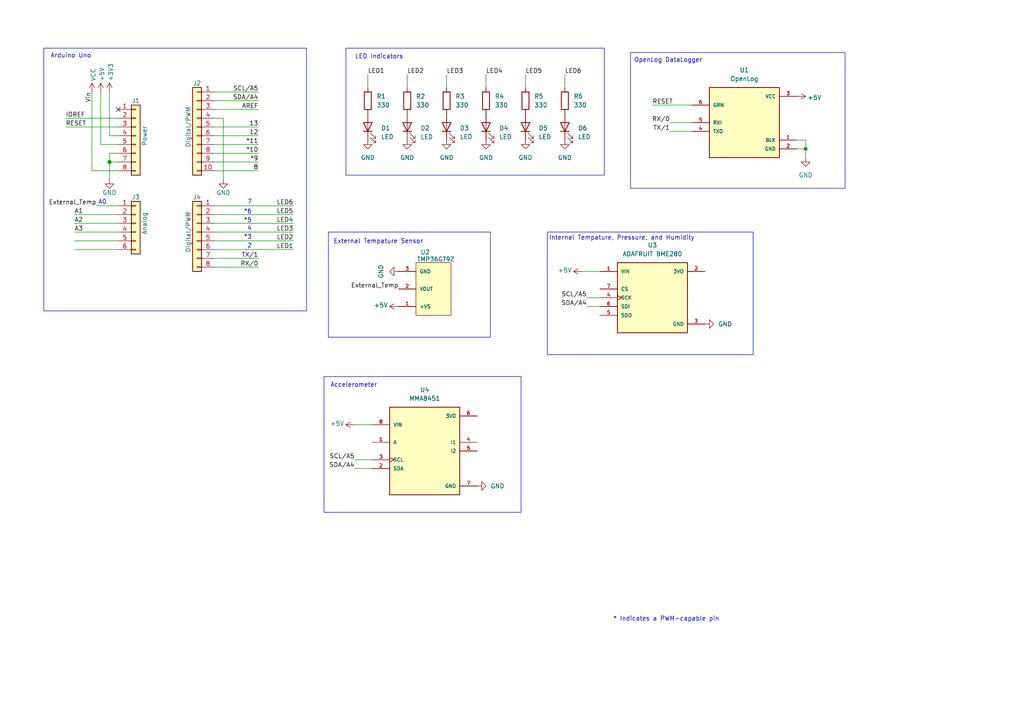
<source format=kicad_sch>
(kicad_sch (version 20231120) (generator "eeschema") (generator_version "8.0")
  (paper "A4")
  (title_block (date "mar. 31 mars 2015"))
  (lib_symbols
    (symbol "2019:2019" (pin_names (offset 1.016))
      (property "Reference" "U" (at -10.16 13.462 0))
      (property "Value" "2019" (at -10.16 -15.24 0))
      (symbol "2019_0_0"
        (rectangle (start -10.16 -12.7) (end 10.16 12.7) (stroke (width 0.254)) (fill (type background)))
        (pin input line (at -15.24 2.54 0) (length 5.08) (name "A") (number "1"))
        (pin bidirectional line (at -15.24 -5.08 0) (length 5.08) (name "SDA") (number "2"))
        (pin input clock (at -15.24 -2.54 0) (length 5.08) (name "SCL") (number "3"))
        (pin output line (at 15.24 2.54 180) (length 5.08) (name "I1") (number "4"))
        (pin output line (at 15.24 0 180) (length 5.08) (name "I2") (number "5"))
        (pin power_in line (at 15.24 10.16 180) (length 5.08) (name "3VO") (number "6"))
        (pin power_in line (at 15.24 -10.16 180) (length 5.08) (name "GND") (number "7"))
        (pin input line (at -15.24 7.62 0) (length 5.08) (name "VIN") (number "8"))
      )
    )
    (symbol "2652:2652" (pin_names (offset 1.016))
      (property "Reference" "U" (at -10.16 10.795 0))
      (property "Value" "2652" (at -10.16 -12.7 0))
      (symbol "2652_0_0"
        (rectangle (start -10.16 -10.16) (end 10.16 10.16) (stroke (width 0.254)) (fill (type background)))
        (pin input line (at -15.24 7.62 0) (length 5.08) (name "VIN") (number "1"))
        (pin output line (at 15.24 7.62 180) (length 5.08) (name "3VO") (number "2"))
        (pin power_in line (at 15.24 -7.62 180) (length 5.08) (name "GND") (number "3"))
        (pin input clock (at -15.24 0 0) (length 5.08) (name "SCK") (number "4"))
        (pin output line (at -15.24 -5.08 0) (length 5.08) (name "SDO") (number "5"))
        (pin input line (at -15.24 -2.54 0) (length 5.08) (name "SDI") (number "6"))
        (pin input line (at -15.24 2.54 0) (length 5.08) (name "CS") (number "7"))
      )
    )
    (symbol "Connector_Generic:Conn_01x06" (pin_names (offset 1.016) hide)
      (property "Reference" "J" (at 0 7.62 0))
      (property "Value" "Conn_01x06" (at 0 -10.16 0))
      (symbol "Conn_01x06_1_1"
        (rectangle (start -1.27 -7.493) (end 0 -7.747) (stroke (width 0.1524)))
        (rectangle (start -1.27 -4.953) (end 0 -5.207) (stroke (width 0.1524)))
        (rectangle (start -1.27 -2.413) (end 0 -2.667) (stroke (width 0.1524)))
        (rectangle (start -1.27 0.127) (end 0 -0.127) (stroke (width 0.1524)))
        (rectangle (start -1.27 2.667) (end 0 2.413) (stroke (width 0.1524)))
        (rectangle (start -1.27 5.207) (end 0 4.953) (stroke (width 0.1524)))
        (rectangle (start -1.27 6.35) (end 1.27 -8.89) (stroke (width 0.254)) (fill (type background)))
        (pin passive line (at -5.08 5.08 0) (length 3.81) (name "Pin_1") (number "1"))
        (pin passive line (at -5.08 2.54 0) (length 3.81) (name "Pin_2") (number "2"))
        (pin passive line (at -5.08 0 0) (length 3.81) (name "Pin_3") (number "3"))
        (pin passive line (at -5.08 -2.54 0) (length 3.81) (name "Pin_4") (number "4"))
        (pin passive line (at -5.08 -5.08 0) (length 3.81) (name "Pin_5") (number "5"))
        (pin passive line (at -5.08 -7.62 0) (length 3.81) (name "Pin_6") (number "6"))
      )
    )
    (symbol "Connector_Generic:Conn_01x08" (pin_names (offset 1.016) hide)
      (property "Reference" "J" (at 0 10.16 0))
      (property "Value" "Conn_01x08" (at 0 -12.7 0))
      (symbol "Conn_01x08_1_1"
        (rectangle (start -1.27 -10.033) (end 0 -10.287) (stroke (width 0.1524)))
        (rectangle (start -1.27 -7.493) (end 0 -7.747) (stroke (width 0.1524)))
        (rectangle (start -1.27 -4.953) (end 0 -5.207) (stroke (width 0.1524)))
        (rectangle (start -1.27 -2.413) (end 0 -2.667) (stroke (width 0.1524)))
        (rectangle (start -1.27 0.127) (end 0 -0.127) (stroke (width 0.1524)))
        (rectangle (start -1.27 2.667) (end 0 2.413) (stroke (width 0.1524)))
        (rectangle (start -1.27 5.207) (end 0 4.953) (stroke (width 0.1524)))
        (rectangle (start -1.27 7.747) (end 0 7.493) (stroke (width 0.1524)))
        (rectangle (start -1.27 8.89) (end 1.27 -11.43) (stroke (width 0.254)) (fill (type background)))
        (pin passive line (at -5.08 7.62 0) (length 3.81) (name "Pin_1") (number "1"))
        (pin passive line (at -5.08 5.08 0) (length 3.81) (name "Pin_2") (number "2"))
        (pin passive line (at -5.08 2.54 0) (length 3.81) (name "Pin_3") (number "3"))
        (pin passive line (at -5.08 0 0) (length 3.81) (name "Pin_4") (number "4"))
        (pin passive line (at -5.08 -2.54 0) (length 3.81) (name "Pin_5") (number "5"))
        (pin passive line (at -5.08 -5.08 0) (length 3.81) (name "Pin_6") (number "6"))
        (pin passive line (at -5.08 -7.62 0) (length 3.81) (name "Pin_7") (number "7"))
        (pin passive line (at -5.08 -10.16 0) (length 3.81) (name "Pin_8") (number "8"))
      )
    )
    (symbol "Connector_Generic:Conn_01x10" (pin_names (offset 1.016) hide)
      (property "Reference" "J" (at 0 12.7 0))
      (property "Value" "Conn_01x10" (at 0 -15.24 0))
      (symbol "Conn_01x10_1_1"
        (rectangle (start -1.27 -12.573) (end 0 -12.827) (stroke (width 0.1524)))
        (rectangle (start -1.27 -10.033) (end 0 -10.287) (stroke (width 0.1524)))
        (rectangle (start -1.27 -7.493) (end 0 -7.747) (stroke (width 0.1524)))
        (rectangle (start -1.27 -4.953) (end 0 -5.207) (stroke (width 0.1524)))
        (rectangle (start -1.27 -2.413) (end 0 -2.667) (stroke (width 0.1524)))
        (rectangle (start -1.27 0.127) (end 0 -0.127) (stroke (width 0.1524)))
        (rectangle (start -1.27 2.667) (end 0 2.413) (stroke (width 0.1524)))
        (rectangle (start -1.27 5.207) (end 0 4.953) (stroke (width 0.1524)))
        (rectangle (start -1.27 7.747) (end 0 7.493) (stroke (width 0.1524)))
        (rectangle (start -1.27 10.287) (end 0 10.033) (stroke (width 0.1524)))
        (rectangle (start -1.27 11.43) (end 1.27 -13.97) (stroke (width 0.254)) (fill (type background)))
        (pin passive line (at -5.08 10.16 0) (length 3.81) (name "Pin_1") (number "1"))
        (pin passive line (at -5.08 -12.7 0) (length 3.81) (name "Pin_10") (number "10"))
        (pin passive line (at -5.08 7.62 0) (length 3.81) (name "Pin_2") (number "2"))
        (pin passive line (at -5.08 5.08 0) (length 3.81) (name "Pin_3") (number "3"))
        (pin passive line (at -5.08 2.54 0) (length 3.81) (name "Pin_4") (number "4"))
        (pin passive line (at -5.08 0 0) (length 3.81) (name "Pin_5") (number "5"))
        (pin passive line (at -5.08 -2.54 0) (length 3.81) (name "Pin_6") (number "6"))
        (pin passive line (at -5.08 -5.08 0) (length 3.81) (name "Pin_7") (number "7"))
        (pin passive line (at -5.08 -7.62 0) (length 3.81) (name "Pin_8") (number "8"))
        (pin passive line (at -5.08 -10.16 0) (length 3.81) (name "Pin_9") (number "9"))
      )
    )
    (symbol "DEV-13712:DEV-13712" (pin_names (offset 1.016))
      (property "Reference" "U" (at -10.16 10.922 0))
      (property "Value" "DEV-13712" (at -10.16 -12.7 0))
      (symbol "DEV-13712_0_0"
        (rectangle (start -10.16 -10.16) (end 10.16 10.16) (stroke (width 0.254)) (fill (type background)))
        (pin power_in line (at 15.24 -5.08 180) (length 5.08) (name "BLK") (number "1"))
        (pin power_in line (at 15.24 -7.62 180) (length 5.08) (name "GND") (number "2"))
        (pin power_in line (at 15.24 7.62 180) (length 5.08) (name "VCC") (number "3"))
        (pin output line (at -15.24 -2.54 0) (length 5.08) (name "TXO") (number "4"))
        (pin input line (at -15.24 0 0) (length 5.08) (name "RXI") (number "5"))
        (pin input line (at -15.24 5.08 0) (length 5.08) (name "GRN") (number "6"))
      )
    )
    (symbol "Device:LED" (pin_numbers hide) (pin_names (offset 1.016) hide)
      (property "Reference" "D" (at 0 2.54 0))
      (property "Value" "LED" (at 0 -2.54 0))
      (symbol "LED_0_1"
        (polyline (pts (xy -1.27 -1.27) (xy -1.27 1.27)) (stroke (width 0.254)))
        (polyline (pts (xy -1.27 0) (xy 1.27 0)))
        (polyline (pts (xy 1.27 -1.27) (xy 1.27 1.27) (xy -1.27 0) (xy 1.27 -1.27)) (stroke (width 0.254)))
        (polyline (pts (xy -3.048 -0.762) (xy -4.572 -2.286) (xy -3.81 -2.286) (xy -4.572 -2.286) (xy -4.572 -1.524)))
        (polyline (pts (xy -1.778 -0.762) (xy -3.302 -2.286) (xy -2.54 -2.286) (xy -3.302 -2.286) (xy -3.302 -1.524)))
      )
      (symbol "LED_1_1"
        (pin passive line (at -3.81 0 0) (length 2.54) (name "K") (number "1"))
        (pin passive line (at 3.81 0 180) (length 2.54) (name "A") (number "2"))
      )
    )
    (symbol "Device:R" (pin_numbers hide) (pin_names (offset 0))
      (property "Reference" "R" (at 2.032 0 90))
      (property "Value" "R" (at 0 0 90))
      (symbol "R_0_1"
        (rectangle (start -1.016 -2.54) (end 1.016 2.54) (stroke (width 0.254)))
      )
      (symbol "R_1_1"
        (pin passive line (at 0 3.81 270) (length 1.27) (name "~") (number "1"))
        (pin passive line (at 0 -3.81 90) (length 1.27) (name "~") (number "2"))
      )
    )
    (symbol "GND_1" (power) (pin_numbers hide) (pin_names (offset 0) hide)
      (property "Value" "GND" (at 0 -3.81 0))
      (symbol "GND_1_0_1"
        (polyline (pts (xy 0 0) (xy 0 -1.27) (xy 1.27 -1.27) (xy 0 -2.54) (xy -1.27 -1.27) (xy 0 -1.27)))
      )
      (symbol "GND_1_1_1"
        (pin power_in line (at 0 0 270) (length 0) (name "~") (number "1"))
      )
    )
    (symbol "TMP36GT9Z:TMP36GT9Z" (pin_names (offset 1.016))
      (property "Reference" "U" (at -5.08 8.128 0))
      (property "Value" "TMP36GT9Z" (at -5.08 -10.16 0))
      (symbol "TMP36GT9Z_0_0"
        (rectangle (start -5.08 -7.62) (end 5.08 7.62) (stroke (width 0.1524)) (fill (type background)))
        (pin power_in line (at 10.16 5.08 180) (length 5.08) (name "+VS") (number "1"))
        (pin output line (at 10.16 0 180) (length 5.08) (name "VOUT") (number "2"))
        (pin power_in line (at 10.16 -5.08 180) (length 5.08) (name "GND") (number "3"))
      )
    )
    (symbol "power:+3V3" (power) (pin_names (offset 0))
      (property "Value" "+3V3" (at 0 3.556 0))
      (symbol "+3V3_0_1"
        (polyline (pts (xy -0.762 1.27) (xy 0 2.54)))
        (polyline (pts (xy 0 0) (xy 0 2.54)))
        (polyline (pts (xy 0 2.54) (xy 0.762 1.27)))
      )
      (symbol "+3V3_1_1"
        (pin power_in line (at 0 0 90) (length 0) hide (name "+3V3") (number "1"))
      )
    )
    (symbol "power:+5V" (power) (pin_names (offset 0))
      (property "Value" "+5V" (at 0 3.556 0))
      (symbol "+5V_0_1"
        (polyline (pts (xy -0.762 1.27) (xy 0 2.54)))
        (polyline (pts (xy 0 0) (xy 0 2.54)))
        (polyline (pts (xy 0 2.54) (xy 0.762 1.27)))
      )
      (symbol "+5V_1_1"
        (pin power_in line (at 0 0 90) (length 0) hide (name "+5V") (number "1"))
      )
    )
    (symbol "power:GND" (power) (pin_names (offset 0))
      (property "Value" "GND" (at 0 -3.81 0))
      (symbol "GND_0_1"
        (polyline (pts (xy 0 0) (xy 0 -1.27) (xy 1.27 -1.27) (xy 0 -2.54) (xy -1.27 -1.27) (xy 0 -1.27)))
      )
      (symbol "GND_1_1"
        (pin power_in line (at 0 0 270) (length 0) hide (name "GND") (number "1"))
      )
    )
    (symbol "power:VCC" (power) (pin_names (offset 0))
      (property "Value" "VCC" (at 0 3.81 0))
      (symbol "VCC_0_1"
        (polyline (pts (xy -0.762 1.27) (xy 0 2.54)))
        (polyline (pts (xy 0 0) (xy 0 2.54)))
        (polyline (pts (xy 0 2.54) (xy 0.762 1.27)))
      )
      (symbol "VCC_1_1"
        (pin power_in line (at 0 0 90) (length 0) hide (name "VCC") (number "1"))
      )
    )
  )
  (junction (at 31.75 46.99) (diameter 1.016))
  (junction (at 233.68 43.18))
  (no_connect (at 34.29 31.75))
  (wire (pts (xy 140.97 21.59) (xy 140.97 25.4)))
  (wire (pts (xy 62.23 77.47) (xy 74.93 77.47)))
  (wire (pts (xy 106.68 21.59) (xy 106.68 25.4)))
  (wire (pts (xy 62.23 44.45) (xy 74.93 44.45)))
  (wire (pts (xy 62.23 26.67) (xy 74.93 26.67)))
  (wire (pts (xy 31.75 44.45) (xy 31.75 46.99)))
  (wire (pts (xy 21.59 72.39) (xy 34.29 72.39)))
  (wire (pts (xy 163.83 21.59) (xy 163.83 25.4)))
  (wire (pts (xy 152.4 21.59) (xy 152.4 25.4)))
  (wire (pts (xy 31.75 46.99) (xy 31.75 52.07)))
  (wire (pts (xy 129.54 21.59) (xy 129.54 25.4)))
  (wire (pts (xy 31.75 39.37) (xy 34.29 39.37)))
  (wire (pts (xy 29.21 41.91) (xy 34.29 41.91)))
  (wire (pts (xy 189.23 30.48) (xy 200.66 30.48)))
  (wire (pts (xy 168.91 78.74) (xy 173.99 78.74)))
  (wire (pts (xy 29.21 26.67) (xy 29.21 41.91)))
  (wire (pts (xy 62.23 36.83) (xy 74.93 36.83)))
  (wire (pts (xy 31.75 26.67) (xy 31.75 39.37)))
  (wire (pts (xy 62.23 59.69) (xy 85.09 59.69)))
  (wire (pts (xy 34.29 59.69) (xy 27.94 59.69)))
  (wire (pts (xy 62.23 39.37) (xy 74.93 39.37)))
  (wire (pts (xy 62.23 62.23) (xy 85.09 62.23)))
  (wire (pts (xy 102.87 123.19) (xy 107.95 123.19)))
  (wire (pts (xy 170.18 86.36) (xy 173.99 86.36)))
  (wire (pts (xy 62.23 46.99) (xy 74.93 46.99)))
  (wire (pts (xy 62.23 67.31) (xy 85.09 67.31)))
  (wire (pts (xy 233.68 43.18) (xy 233.68 45.72)))
  (wire (pts (xy 19.05 34.29) (xy 34.29 34.29)))
  (wire (pts (xy 64.77 34.29) (xy 64.77 52.07)))
  (wire (pts (xy 62.23 31.75) (xy 74.93 31.75)))
  (wire (pts (xy 34.29 64.77) (xy 21.59 64.77)))
  (wire (pts (xy 19.05 36.83) (xy 34.29 36.83)))
  (wire (pts (xy 34.29 46.99) (xy 31.75 46.99)))
  (wire (pts (xy 194.31 38.1) (xy 200.66 38.1)))
  (wire (pts (xy 34.29 49.53) (xy 26.67 49.53)))
  (wire (pts (xy 194.31 35.56) (xy 200.66 35.56)))
  (wire (pts (xy 21.59 62.23) (xy 34.29 62.23)))
  (wire (pts (xy 231.14 43.18) (xy 233.68 43.18)))
  (wire (pts (xy 62.23 34.29) (xy 64.77 34.29)))
  (wire (pts (xy 34.29 44.45) (xy 31.75 44.45)))
  (wire (pts (xy 102.87 133.35) (xy 107.95 133.35)))
  (wire (pts (xy 62.23 41.91) (xy 74.93 41.91)))
  (wire (pts (xy 62.23 64.77) (xy 85.09 64.77)))
  (wire (pts (xy 231.14 40.64) (xy 233.68 40.64)))
  (wire (pts (xy 21.59 67.31) (xy 34.29 67.31)))
  (wire (pts (xy 233.68 40.64) (xy 233.68 43.18)))
  (wire (pts (xy 102.87 135.89) (xy 107.95 135.89)))
  (wire (pts (xy 118.11 21.59) (xy 118.11 25.4)))
  (wire (pts (xy 62.23 29.21) (xy 74.93 29.21)))
  (wire (pts (xy 170.18 88.9) (xy 173.99 88.9)))
  (wire (pts (xy 62.23 72.39) (xy 85.09 72.39)))
  (wire (pts (xy 62.23 69.85) (xy 85.09 69.85)))
  (wire (pts (xy 62.23 74.93) (xy 74.93 74.93)))
  (wire (pts (xy 26.67 49.53) (xy 26.67 26.67)))
  (wire (pts (xy 34.29 69.85) (xy 21.59 69.85)))
  (wire (pts (xy 62.23 49.53) (xy 74.93 49.53)))
  (rectangle (start 100.33 13.97) (end 175.26 50.8))
  (rectangle (start 158.75 67.31) (end 218.44 102.87))
  (rectangle (start 95.25 67.31) (end 142.24 97.79))
  (rectangle (start 12.7 13.97) (end 88.9 90.17))
  (rectangle (start 93.98 109.22) (end 151.13 148.59))
  (rectangle (start 182.88 15.24) (end 245.11 54.61))
  (text "Internal Tempature, Pressure, and Humidity" (at 180.34 69.088 0) (effects (font (size 1.27 1.27))))
  (text "Accelerometer" (at 102.616 111.76 0) (effects (font (size 1.27 1.27))))
  (text "7" (at 72.39 58.674 0) (effects (font (size 1.27 1.27))))
  (text "2" (at 72.39 71.374 0) (effects (font (size 1.27 1.27))))
  (text "OpenLog DataLogger" (at 193.802 17.526 0) (effects (font (size 1.27 1.27))))
  (text "Arduino Uno" (at 20.574 16.256 0) (effects (font (size 1.27 1.27))))
  (text "*5" (at 71.882 64.008 0) (effects (font (size 1.27 1.27))))
  (text "*3" (at 71.882 68.834 0) (effects (font (size 1.27 1.27))))
  (text "4" (at 72.39 66.294 0) (effects (font (size 1.27 1.27))))
  (text "* Indicates a PWM-capable pin" (at 177.8 180.34 0) (effects (font (size 1.27 1.27)) (justify left bottom)))
  (text "External Tempature Sensor" (at 109.728 70.104 0) (effects (font (size 1.27 1.27))))
  (text "LED Indicators" (at 109.982 16.51 0) (effects (font (size 1.27 1.27))))
  (text "A0" (at 29.718 58.674 0) (effects (font (size 1.27 1.27))))
  (text "*6" (at 71.882 61.468 0) (effects (font (size 1.27 1.27))))
  (label "RX{slash}0" (at 74.93 77.47 180))
  (label "LED3" (at 129.54 21.59 0))
  (label "SDA{slash}A4" (at 102.87 135.89 180))
  (label "A2" (at 21.59 64.77 0))
  (label "LED3" (at 85.09 67.31 180))
  (label "LED1" (at 85.09 72.39 180))
  (label "RESET" (at 189.23 30.48 0))
  (label "A3" (at 21.59 67.31 0))
  (label "13" (at 74.93 36.83 180))
  (label "RX{slash}0" (at 194.31 35.56 180))
  (label "12" (at 74.93 39.37 180))
  (label "*10" (at 74.93 44.45 180))
  (label "TX{slash}1" (at 194.31 38.1 180))
  (label "SDA{slash}A4" (at 170.18 88.9 180))
  (label "External_Temp" (at 27.94 59.69 180))
  (label "LED6" (at 85.09 59.69 180))
  (label "SDA{slash}A4" (at 74.93 29.21 180))
  (label "8" (at 74.93 49.53 180))
  (label "LED4" (at 140.97 21.59 0))
  (label "*11" (at 74.93 41.91 180))
  (label "LED2" (at 85.09 69.85 180))
  (label "External_Temp" (at 115.57 83.82 180))
  (label "SCL{slash}A5" (at 170.18 86.36 180))
  (label "A1" (at 21.59 62.23 0))
  (label "TX{slash}1" (at 74.93 74.93 180))
  (label "RESET" (at 19.05 36.83 0))
  (label "LED5" (at 152.4 21.59 0))
  (label "AREF" (at 74.93 31.75 180))
  (label "Vin" (at 26.67 26.67 270))
  (label "LED5" (at 85.09 62.23 180))
  (label "SCL{slash}A5" (at 74.93 26.67 180))
  (label "*9" (at 74.93 46.99 180))
  (label "SCL{slash}A5" (at 102.87 133.35 180))
  (label "LED4" (at 85.09 64.77 180))
  (label "IOREF" (at 19.05 34.29 0))
  (label "LED2" (at 118.11 21.59 0))
  (label "LED6" (at 163.83 21.59 0))
  (label "LED1" (at 106.68 21.59 0))
  (symbol (lib_id "Connector_Generic:Conn_01x08") (at 39.37 39.37 0) (unit 1)
    (property "Reference" "J1" (at 39.37 29.21 0))
    (property "Value" "Power" (at 41.91 39.37 90))
    (property "Footprint" "Connector_PinSocket_2.54mm:PinSocket_1x08_P2.54mm_Vertical" (effects (hide yes)))
  )
  (symbol (lib_id "power:+3V3") (at 31.75 26.67 0) (unit 1)
    (property "Reference" "#PWR03" (effects (hide yes)))
    (property "Value" "+3V3" (at 32.131 23.622 90) (effects (justify left)))
  )
  (symbol (lib_id "power:+5V") (at 29.21 26.67 0) (unit 1)
    (property "Reference" "#PWR02" (effects (hide yes)))
    (property "Value" "+5V" (at 29.5656 23.622 90) (effects (justify left)))
  )
  (symbol (lib_id "power:GND") (at 31.75 52.07 0) (unit 1)
    (property "Reference" "#PWR04" (effects (hide yes)))
    (property "Value" "GND" (at 31.75 55.88 0))
  )
  (symbol (lib_id "Connector_Generic:Conn_01x10") (at 57.15 36.83 0) (mirror y) (unit 1)
    (property "Reference" "J2" (at 57.15 24.13 0))
    (property "Value" "Digital/PWM" (at 54.61 36.83 90))
    (property "Footprint" "Connector_PinSocket_2.54mm:PinSocket_1x10_P2.54mm_Vertical" (effects (hide yes)))
  )
  (symbol (lib_id "power:GND") (at 64.77 52.07 0) (unit 1)
    (property "Reference" "#PWR05" (effects (hide yes)))
    (property "Value" "GND" (at 64.77 55.88 0))
  )
  (symbol (lib_id "Connector_Generic:Conn_01x06") (at 39.37 64.77 0) (unit 1)
    (property "Reference" "J3" (at 39.37 57.15 0))
    (property "Value" "Analog" (at 41.91 64.77 90))
    (property "Footprint" "Connector_PinSocket_2.54mm:PinSocket_1x06_P2.54mm_Vertical" (effects (hide yes)))
  )
  (symbol (lib_id "Connector_Generic:Conn_01x08") (at 57.15 67.31 0) (mirror y) (unit 1)
    (property "Reference" "J4" (at 57.15 57.15 0))
    (property "Value" "Digital/PWM" (at 54.61 67.31 90))
    (property "Footprint" "Connector_PinSocket_2.54mm:PinSocket_1x08_P2.54mm_Vertical" (effects (hide yes)))
  )
  (symbol (lib_name "GND_1") (lib_id "power:GND") (at 140.97 40.64 0) (unit 1)
    (property "Reference" "#PWR09" (effects (hide yes)))
    (property "Value" "GND" (at 140.97 45.72 0))
    (property "Description" "Power symbol creates a global label with name \"GND\" , ground" (effects (hide yes)))
  )
  (symbol (lib_id "Device:LED") (at 106.68 36.83 90) (unit 1)
    (property "Reference" "D1" (at 110.49 37.1474 90) (effects (justify right)))
    (property "Value" "LED" (at 110.49 39.6874 90) (effects (justify right)))
    (property "Footprint" "LED_THT:LED_D5.0mm" (effects (hide yes)))
    (property "Description" "Light emitting diode" (effects (hide yes)))
  )
  (symbol (lib_id "power:+5V") (at 115.57 88.9 90) (unit 1)
    (property "Reference" "#PWR016" (effects (hide yes)))
    (property "Value" "+5V" (at 112.522 88.5444 90) (effects (justify left)))
  )
  (symbol (lib_name "GND_1") (lib_id "power:GND") (at 204.47 93.98 90) (unit 1)
    (property "Reference" "#PWR015" (effects (hide yes)))
    (property "Value" "GND" (at 208.28 93.9799 90) (effects (justify right)))
    (property "Description" "Power symbol creates a global label with name \"GND\" , ground" (effects (hide yes)))
  )
  (symbol (lib_id "DEV-13712:DEV-13712") (at 215.9 35.56 0) (unit 1)
    (property "Reference" "U1" (at 215.9 20.32 0))
    (property "Value" "OpenLog" (at 215.9 22.86 0))
    (property "Footprint" "DEV-13712:MODULE_DEV-13712" (effects (hide yes)))
    (property "MF" "Sparkfun Electronics" (effects (hide yes)))
    (property "Description_1" "\n                        \n                            OpenLog Data Logger [SparkFun Electronics] DEV-13712 OpenLog Data Logger 845156006540\n                        \n" (effects (hide yes)))
    (property "Package" "None" (effects (hide yes)))
    (property "Price" "None" (effects (hide yes)))
    (property "Check_prices" "https://www.snapeda.com/parts/DEV13712/SparkFun/view-part/?ref=eda" (effects (hide yes)))
    (property "STANDARD" "Manufacturer Recommendations" (effects (hide yes)))
    (property "PARTREV" "v15" (effects (hide yes)))
    (property "SnapEDA_Link" "https://www.snapeda.com/parts/DEV13712/SparkFun/view-part/?ref=snap" (effects (hide yes)))
    (property "MP" "DEV13712" (effects (hide yes)))
    (property "MANUFACTURER" "SparkFun" (effects (hide yes)))
    (property "Availability" "In Stock" (effects (hide yes)))
    (property "SNAPEDA_PN" "DEV-13712" (effects (hide yes)))
  )
  (symbol (lib_id "Device:LED") (at 129.54 36.83 90) (unit 1)
    (property "Reference" "D3" (at 133.35 37.1474 90) (effects (justify right)))
    (property "Value" "LED" (at 133.35 39.6874 90) (effects (justify right)))
    (property "Footprint" "LED_THT:LED_D5.0mm" (effects (hide yes)))
    (property "Description" "Light emitting diode" (effects (hide yes)))
  )
  (symbol (lib_id "Device:R") (at 106.68 29.21 0) (unit 1)
    (property "Reference" "R1" (at 109.22 27.9399 0) (effects (justify left)))
    (property "Value" "330" (at 109.22 30.4799 0) (effects (justify left)))
    (property "Footprint" "Resistor_THT:R_Axial_DIN0204_L3.6mm_D1.6mm_P5.08mm_Horizontal" (effects (hide yes)))
    (property "Description" "Resistor" (effects (hide yes)))
  )
  (symbol (lib_id "power:VCC") (at 26.67 26.67 0) (unit 1)
    (property "Reference" "#PWR01" (effects (hide yes)))
    (property "Value" "VCC" (at 27.051 23.622 90) (effects (justify left)))
  )
  (symbol (lib_id "Device:R") (at 152.4 29.21 0) (unit 1)
    (property "Reference" "R5" (at 154.94 27.9399 0) (effects (justify left)))
    (property "Value" "330" (at 154.94 30.4799 0) (effects (justify left)))
    (property "Footprint" "Resistor_THT:R_Axial_DIN0204_L3.6mm_D1.6mm_P5.08mm_Horizontal" (effects (hide yes)))
    (property "Description" "Resistor" (effects (hide yes)))
  )
  (symbol (lib_name "GND_1") (lib_id "power:GND") (at 118.11 40.64 0) (unit 1)
    (property "Reference" "#PWR07" (effects (hide yes)))
    (property "Value" "GND" (at 118.11 45.72 0))
    (property "Description" "Power symbol creates a global label with name \"GND\" , ground" (effects (hide yes)))
  )
  (symbol (lib_id "Device:LED") (at 163.83 36.83 90) (unit 1)
    (property "Reference" "D6" (at 167.64 37.1474 90) (effects (justify right)))
    (property "Value" "LED" (at 167.64 39.6874 90) (effects (justify right)))
    (property "Footprint" "LED_THT:LED_D5.0mm" (effects (hide yes)))
    (property "Description" "Light emitting diode" (effects (hide yes)))
  )
  (symbol (lib_name "GND_1") (lib_id "power:GND") (at 129.54 40.64 0) (unit 1)
    (property "Reference" "#PWR08" (effects (hide yes)))
    (property "Value" "GND" (at 129.54 45.72 0))
    (property "Description" "Power symbol creates a global label with name \"GND\" , ground" (effects (hide yes)))
  )
  (symbol (lib_id "Device:R") (at 140.97 29.21 0) (unit 1)
    (property "Reference" "R4" (at 143.51 27.9399 0) (effects (justify left)))
    (property "Value" "330" (at 143.51 30.4799 0) (effects (justify left)))
    (property "Footprint" "Resistor_THT:R_Axial_DIN0204_L3.6mm_D1.6mm_P5.08mm_Horizontal" (effects (hide yes)))
    (property "Description" "Resistor" (effects (hide yes)))
  )
  (symbol (lib_id "Device:LED") (at 152.4 36.83 90) (unit 1)
    (property "Reference" "D5" (at 156.21 37.1474 90) (effects (justify right)))
    (property "Value" "LED" (at 156.21 39.6874 90) (effects (justify right)))
    (property "Footprint" "LED_THT:LED_D5.0mm" (effects (hide yes)))
    (property "Description" "Light emitting diode" (effects (hide yes)))
  )
  (symbol (lib_id "Device:R") (at 118.11 29.21 0) (unit 1)
    (property "Reference" "R2" (at 120.65 27.9399 0) (effects (justify left)))
    (property "Value" "330" (at 120.65 30.4799 0) (effects (justify left)))
    (property "Footprint" "Resistor_THT:R_Axial_DIN0204_L3.6mm_D1.6mm_P5.08mm_Horizontal" (effects (hide yes)))
    (property "Description" "Resistor" (effects (hide yes)))
  )
  (symbol (lib_id "2652:2652") (at 189.23 86.36 0) (unit 1)
    (property "Reference" "U3" (at 189.23 71.12 0))
    (property "Value" "ADAFRUIT BME280" (at 189.23 73.66 0))
    (property "Footprint" "2652:MODULE_2652" (effects (hide yes)))
    (property "MF" "Adafruit" (effects (hide yes)))
    (property "MAXIMUM_PACKAGE_HEIGHT" "3 mm" (effects (hide yes)))
    (property "Package" "Package" (effects (hide yes)))
    (property "Price" "None" (effects (hide yes)))
    (property "Check_prices" "https://www.snapeda.com/parts/2652/Adafruit+Industries/view-part/?ref=eda" (effects (hide yes)))
    (property "STANDARD" "Manufacturer Recommendations" (effects (hide yes)))
    (property "PARTREV" "N/A" (effects (hide yes)))
    (property "SnapEDA_Link" "https://www.snapeda.com/parts/2652/Adafruit+Industries/view-part/?ref=snap" (effects (hide yes)))
    (property "MP" "2652" (effects (hide yes)))
    (property "Description_1" "\n                        \n                            Adafruit BME280 I2C or SPI Temperature Humidity Pressure Sensor | Adafruit Industries 2652 STEMMA QT Version\n                        \n" (effects (hide yes)))
    (property "Availability" "In Stock" (effects (hide yes)))
    (property "MANUFACTURER" "Adafruit" (effects (hide yes)))
  )
  (symbol (lib_name "GND_1") (lib_id "power:GND") (at 233.68 45.72 0) (unit 1)
    (property "Reference" "#PWR013" (effects (hide yes)))
    (property "Value" "GND" (at 233.68 50.8 0))
    (property "Description" "Power symbol creates a global label with name \"GND\" , ground" (effects (hide yes)))
  )
  (symbol (lib_id "2019:2019") (at 123.19 130.81 0) (unit 1)
    (property "Reference" "U4" (at 123.19 113.03 0))
    (property "Value" "MMA8451" (at 123.19 115.57 0))
    (property "Footprint" "2019:MODULE_2019" (effects (hide yes)))
    (property "MF" "Adafruit" (effects (hide yes)))
    (property "MAXIMUM_PACKAGE_HEIGHT" "--" (effects (hide yes)))
    (property "Package" "Package" (effects (hide yes)))
    (property "Price" "None" (effects (hide yes)))
    (property "Check_prices" "https://www.snapeda.com/parts/2019/Adafruit+Industries/view-part/?ref=eda" (effects (hide yes)))
    (property "STANDARD" "Manufacturer Recommendations" (effects (hide yes)))
    (property "PARTREV" "2021-11-15" (effects (hide yes)))
    (property "SnapEDA_Link" "https://www.snapeda.com/parts/2019/Adafruit+Industries/view-part/?ref=snap" (effects (hide yes)))
    (property "MP" "2019" (effects (hide yes)))
    (property "Description_1" "\n                        \n                            Adafruit Triple-Axis Accelerometer - ±2/4/8g at 14-bit - MMA8451, 2000 Series | Adafruit Industries 2019\n                        \n" (effects (hide yes)))
    (property "MANUFACTURER" "Adafruit" (effects (hide yes)))
    (property "Availability" "In Stock" (effects (hide yes)))
    (property "SNAPEDA_PN" "2019" (effects (hide yes)))
  )
  (symbol (lib_id "Device:LED") (at 118.11 36.83 90) (unit 1)
    (property "Reference" "D2" (at 121.92 37.1474 90) (effects (justify right)))
    (property "Value" "LED" (at 121.92 39.6874 90) (effects (justify right)))
    (property "Footprint" "LED_THT:LED_D5.0mm" (effects (hide yes)))
    (property "Description" "Light emitting diode" (effects (hide yes)))
  )
  (symbol (lib_id "Device:R") (at 129.54 29.21 0) (unit 1)
    (property "Reference" "R3" (at 132.08 27.9399 0) (effects (justify left)))
    (property "Value" "330" (at 132.08 30.4799 0) (effects (justify left)))
    (property "Footprint" "Resistor_THT:R_Axial_DIN0204_L3.6mm_D1.6mm_P5.08mm_Horizontal" (effects (hide yes)))
    (property "Description" "Resistor" (effects (hide yes)))
  )
  (symbol (lib_id "TMP36GT9Z:TMP36GT9Z") (at 125.73 83.82 180) (unit 1)
    (property "Reference" "U2" (at 121.92 73.152 0) (effects (justify right)))
    (property "Value" "TMP36GT9Z" (at 120.9039 75.184 0) (effects (justify right)))
    (property "Footprint" "TMP36GT9Z:TO92127P521H733-3" (effects (hide yes)))
    (property "MF" "Analog Devices" (effects (hide yes)))
    (property "Description_1" "\n                        \n                            Voltage Output Temperature Sensors\n                        \n" (effects (hide yes)))
    (property "Package" "TO-3 Analog Devices" (effects (hide yes)))
    (property "Price" "None" (effects (hide yes)))
    (property "Check_prices" "https://www.snapeda.com/parts/TMP36GT9Z/Analog+Devices/view-part/?ref=eda" (effects (hide yes)))
    (property "STANDARD" "IPC-7251" (effects (hide yes)))
    (property "PARTREV" "H" (effects (hide yes)))
    (property "SnapEDA_Link" "https://www.snapeda.com/parts/TMP36GT9Z/Analog+Devices/view-part/?ref=snap" (effects (hide yes)))
    (property "MP" "TMP36GT9Z" (effects (hide yes)))
    (property "Availability" "In Stock" (effects (hide yes)))
    (property "MANUFACTURER" "Analog Devices" (effects (hide yes)))
  )
  (symbol (lib_name "GND_1") (lib_id "power:GND") (at 152.4 40.64 0) (unit 1)
    (property "Reference" "#PWR010" (effects (hide yes)))
    (property "Value" "GND" (at 152.4 45.72 0))
    (property "Description" "Power symbol creates a global label with name \"GND\" , ground" (effects (hide yes)))
  )
  (symbol (lib_name "GND_1") (lib_id "power:GND") (at 138.43 140.97 90) (unit 1)
    (property "Reference" "#PWR014" (effects (hide yes)))
    (property "Value" "GND" (at 142.24 140.9699 90) (effects (justify right)))
    (property "Description" "Power symbol creates a global label with name \"GND\" , ground" (effects (hide yes)))
  )
  (symbol (lib_id "power:+5V") (at 231.14 27.94 270) (unit 1)
    (property "Reference" "#PWR017" (effects (hide yes)))
    (property "Value" "+5V" (at 234.188 28.2956 90) (effects (justify left)))
  )
  (symbol (lib_id "Device:LED") (at 140.97 36.83 90) (unit 1)
    (property "Reference" "D4" (at 144.78 37.1474 90) (effects (justify right)))
    (property "Value" "LED" (at 144.78 39.6874 90) (effects (justify right)))
    (property "Footprint" "LED_THT:LED_D5.0mm" (effects (hide yes)))
    (property "Description" "Light emitting diode" (effects (hide yes)))
  )
  (symbol (lib_name "GND_1") (lib_id "power:GND") (at 163.83 40.64 0) (unit 1)
    (property "Reference" "#PWR011" (effects (hide yes)))
    (property "Value" "GND" (at 163.83 45.72 0))
    (property "Description" "Power symbol creates a global label with name \"GND\" , ground" (effects (hide yes)))
  )
  (symbol (lib_id "Device:R") (at 163.83 29.21 0) (unit 1)
    (property "Reference" "R6" (at 166.37 27.9399 0) (effects (justify left)))
    (property "Value" "330" (at 166.37 30.4799 0) (effects (justify left)))
    (property "Footprint" "Resistor_THT:R_Axial_DIN0204_L3.6mm_D1.6mm_P5.08mm_Horizontal" (effects (hide yes)))
    (property "Description" "Resistor" (effects (hide yes)))
  )
  (symbol (lib_id "power:+5V") (at 168.91 78.74 90) (unit 1)
    (property "Reference" "#PWR018" (effects (hide yes)))
    (property "Value" "+5V" (at 165.862 78.3844 90) (effects (justify left)))
  )
  (symbol (lib_id "power:+5V") (at 102.87 123.19 90) (unit 1)
    (property "Reference" "#PWR019" (effects (hide yes)))
    (property "Value" "+5V" (at 99.822 122.8344 90) (effects (justify left)))
  )
  (symbol (lib_name "GND_1") (lib_id "power:GND") (at 115.57 78.74 270) (unit 1)
    (property "Reference" "#PWR012" (effects (hide yes)))
    (property "Value" "GND" (at 110.49 78.74 0))
    (property "Description" "Power symbol creates a global label with name \"GND\" , ground" (effects (hide yes)))
  )
  (symbol (lib_name "GND_1") (lib_id "power:GND") (at 106.68 40.64 0) (unit 1)
    (property "Reference" "#PWR06" (effects (hide yes)))
    (property "Value" "GND" (at 106.68 45.72 0))
    (property "Description" "Power symbol creates a global label with name \"GND\" , ground" (effects (hide yes)))
  )
)
</source>
